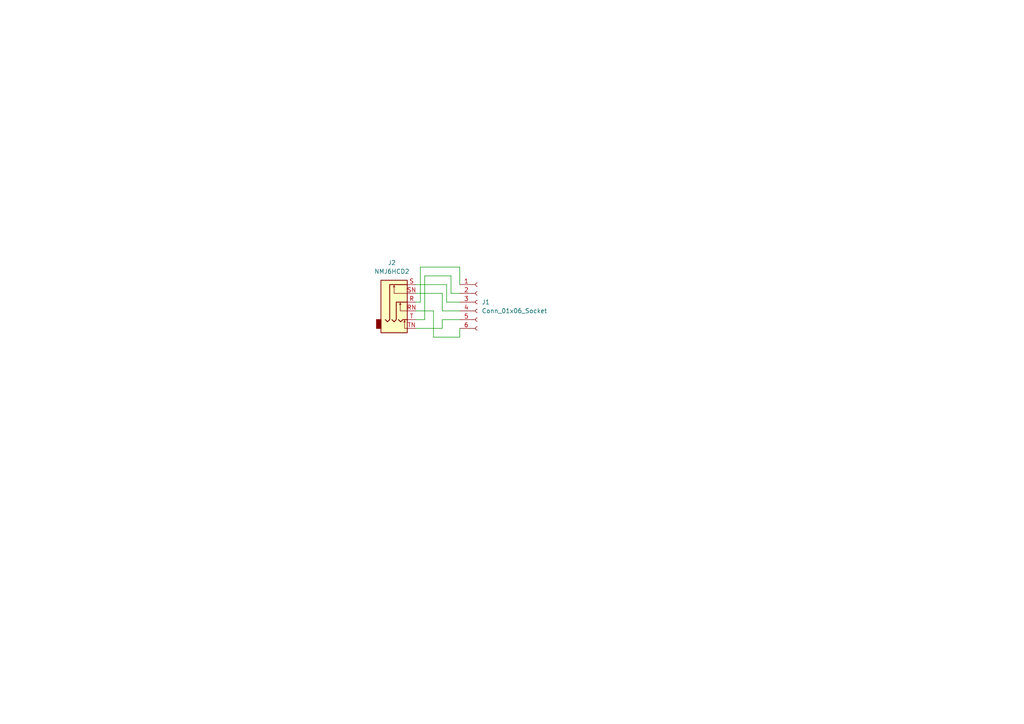
<source format=kicad_sch>
(kicad_sch (version 20250114) (generator "eeschema") (generator_version "9.0")
  (paper "A4")
  (lib_symbols
    (symbol "Connector:Conn_01x06_Socket" (pin_names (offset 1.016) (hide yes))
      (property "Reference" "J" (at 0 7.62 0))
      (property "Value" "Conn_01x06_Socket" (at 0 -10.16 0))
      (symbol "Conn_01x06_Socket_1_1"
        (polyline (pts (xy -1.27 5.08) (xy -0.508 5.08)) (stroke (width 0.1524)))
        (polyline (pts (xy -1.27 2.54) (xy -0.508 2.54)) (stroke (width 0.1524)))
        (polyline (pts (xy -1.27 0) (xy -0.508 0)) (stroke (width 0.1524)))
        (polyline (pts (xy -1.27 -2.54) (xy -0.508 -2.54)) (stroke (width 0.1524)))
        (polyline (pts (xy -1.27 -5.08) (xy -0.508 -5.08)) (stroke (width 0.1524)))
        (polyline (pts (xy -1.27 -7.62) (xy -0.508 -7.62)) (stroke (width 0.1524)))
        (arc (start 0 4.572) (mid -0.5058 5.08) (end 0 5.588) (stroke (width 0.1524)))
        (arc (start 0 2.032) (mid -0.5058 2.54) (end 0 3.048) (stroke (width 0.1524)))
        (arc (start 0 -0.508) (mid -0.5058 0) (end 0 0.508) (stroke (width 0.1524)))
        (arc (start 0 -3.048) (mid -0.5058 -2.54) (end 0 -2.032) (stroke (width 0.1524)))
        (arc (start 0 -5.588) (mid -0.5058 -5.08) (end 0 -4.572) (stroke (width 0.1524)))
        (arc (start 0 -8.128) (mid -0.5058 -7.62) (end 0 -7.112) (stroke (width 0.1524)))
        (pin passive line (at -5.08 5.08 0) (length 3.81) (name "Pin_1") (number "1"))
        (pin passive line (at -5.08 2.54 0) (length 3.81) (name "Pin_2") (number "2"))
        (pin passive line (at -5.08 0 0) (length 3.81) (name "Pin_3") (number "3"))
        (pin passive line (at -5.08 -2.54 0) (length 3.81) (name "Pin_4") (number "4"))
        (pin passive line (at -5.08 -5.08 0) (length 3.81) (name "Pin_5") (number "5"))
        (pin passive line (at -5.08 -7.62 0) (length 3.81) (name "Pin_6") (number "6"))
      )
    )
    (symbol "Connector_Audio:NMJ6HCD2"
      (property "Reference" "J" (at 0 11.43 0))
      (property "Value" "NMJ6HCD2" (at 0 8.89 0))
      (symbol "NMJ6HCD2_0_1"
        (rectangle (start -5.08 -5.08) (end -6.35 -7.62) (stroke (width 0.254)) (fill (type outline)))
        (polyline (pts (xy -1.905 -5.08) (xy -1.27 -5.715) (xy -0.635 -5.08) (xy -0.635 0) (xy 2.54 0)) (stroke (width 0.254)))
        (polyline (pts (xy -1.27 4.826) (xy -1.016 4.318)))
        (polyline (pts (xy 0 -5.08) (xy 0.635 -5.715) (xy 1.27 -5.08) (xy 2.54 -5.08)) (stroke (width 0.254)))
        (polyline (pts (xy 0.508 -0.254) (xy 0.762 -0.762)))
        (polyline (pts (xy 1.778 -5.334) (xy 2.032 -5.842)))
        (rectangle (start 2.54 6.35) (end -5.08 -8.89) (stroke (width 0.254)) (fill (type background)))
        (polyline (pts (xy 2.54 5.08) (xy -2.54 5.08) (xy -2.54 -5.08) (xy -3.175 -5.715) (xy -3.81 -5.08)) (stroke (width 0.254)))
        (polyline (pts (xy 2.54 2.54) (xy -1.27 2.54) (xy -1.27 4.826) (xy -1.524 4.318)))
        (polyline (pts (xy 2.54 -2.54) (xy 0.508 -2.54) (xy 0.508 -0.254) (xy 0.254 -0.762)))
        (polyline (pts (xy 2.54 -7.62) (xy 1.778 -7.62) (xy 1.778 -5.334) (xy 1.524 -5.842)))
      )
      (symbol "NMJ6HCD2_1_1"
        (pin passive line (at 5.08 5.08 180) (length 2.54) (name "~") (number "S"))
        (pin passive line (at 5.08 2.54 180) (length 2.54) (name "~") (number "SN"))
        (pin passive line (at 5.08 0 180) (length 2.54) (name "~") (number "R"))
        (pin passive line (at 5.08 -2.54 180) (length 2.54) (name "~") (number "RN"))
        (pin passive line (at 5.08 -5.08 180) (length 2.54) (name "~") (number "T"))
        (pin passive line (at 5.08 -7.62 180) (length 2.54) (name "~") (number "TN"))
      )
    )
  )
  (wire (pts (xy 125.73 97.79) (xy 133.35 97.79)))
  (wire (pts (xy 120.65 87.63) (xy 121.92 87.63)))
  (wire (pts (xy 123.19 80.01) (xy 130.81 80.01)))
  (wire (pts (xy 133.35 77.47) (xy 133.35 82.55)))
  (wire (pts (xy 123.19 92.71) (xy 123.19 80.01)))
  (wire (pts (xy 121.92 87.63) (xy 121.92 77.47)))
  (wire (pts (xy 125.73 90.17) (xy 125.73 97.79)))
  (wire (pts (xy 130.81 80.01) (xy 130.81 85.09)))
  (wire (pts (xy 120.65 82.55) (xy 129.54 82.55)))
  (wire (pts (xy 121.92 77.47) (xy 133.35 77.47)))
  (wire (pts (xy 130.81 85.09) (xy 133.35 85.09)))
  (wire (pts (xy 128.27 95.25) (xy 128.27 92.71)))
  (wire (pts (xy 133.35 97.79) (xy 133.35 95.25)))
  (wire (pts (xy 128.27 85.09) (xy 128.27 90.17)))
  (wire (pts (xy 120.65 92.71) (xy 123.19 92.71)))
  (wire (pts (xy 120.65 90.17) (xy 125.73 90.17)))
  (wire (pts (xy 129.54 87.63) (xy 133.35 87.63)))
  (wire (pts (xy 128.27 92.71) (xy 133.35 92.71)))
  (wire (pts (xy 120.65 85.09) (xy 128.27 85.09)))
  (wire (pts (xy 128.27 90.17) (xy 133.35 90.17)))
  (wire (pts (xy 129.54 82.55) (xy 129.54 87.63)))
  (wire (pts (xy 120.65 95.25) (xy 128.27 95.25)))
  (symbol (lib_id "Connector:Conn_01x06_Socket") (at 138.43 87.63 0) (unit 1)
    (property "Reference" "J1" (at 139.7 87.6299 0) (effects (justify left)))
    (property "Value" "Conn_01x06_Socket" (at 139.7 90.1699 0) (effects (justify left)))
    (property "Footprint" "Connector_JST:JST_XH_B6B-XH-AM_1x06_P2.50mm_Vertical" (effects (hide yes)))
    (property "Description" "Generic connector, single row, 01x06, script generated" (effects (hide yes)))
  )
  (symbol (lib_id "Connector_Audio:NMJ6HCD2") (at 115.57 87.63 0) (unit 1)
    (property "Reference" "J2" (at 113.665 76.2 0))
    (property "Value" "NMJ6HCD2" (at 113.665 78.74 0))
    (property "Footprint" "Connector_Audio:Jack_6.35mm_Neutrik_NMJ6HCD2_Horizontal" (effects (hide yes)))
    (property "Datasheet" "https://www.neutrik.com/en/product/nmj6hcd2" (effects (hide yes)))
    (property "Description" "M Series, 6.35mm (1/4in) stereo jack, switched, with chrome ferrule and straight PCB pins" (effects (hide yes)))
  )
)
</source>
